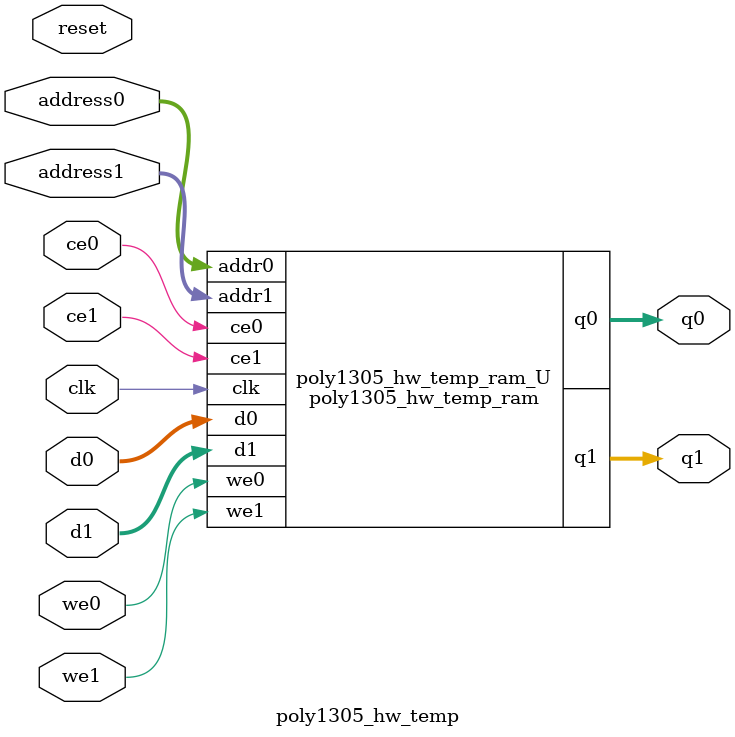
<source format=v>
`timescale 1 ns / 1 ps
module poly1305_hw_temp_ram (addr0, ce0, d0, we0, q0, addr1, ce1, d1, we1, q1,  clk);

parameter DWIDTH = 32;
parameter AWIDTH = 6;
parameter MEM_SIZE = 40;

input[AWIDTH-1:0] addr0;
input ce0;
input[DWIDTH-1:0] d0;
input we0;
output reg[DWIDTH-1:0] q0;
input[AWIDTH-1:0] addr1;
input ce1;
input[DWIDTH-1:0] d1;
input we1;
output reg[DWIDTH-1:0] q1;
input clk;

(* ram_style = "block" *)reg [DWIDTH-1:0] ram[0:MEM_SIZE-1];




always @(posedge clk)  
begin 
    if (ce0) 
    begin
        if (we0) 
        begin 
            ram[addr0] <= d0; 
        end 
        q0 <= ram[addr0];
    end
end


always @(posedge clk)  
begin 
    if (ce1) 
    begin
        if (we1) 
        begin 
            ram[addr1] <= d1; 
        end 
        q1 <= ram[addr1];
    end
end


endmodule

`timescale 1 ns / 1 ps
module poly1305_hw_temp(
    reset,
    clk,
    address0,
    ce0,
    we0,
    d0,
    q0,
    address1,
    ce1,
    we1,
    d1,
    q1);

parameter DataWidth = 32'd32;
parameter AddressRange = 32'd40;
parameter AddressWidth = 32'd6;
input reset;
input clk;
input[AddressWidth - 1:0] address0;
input ce0;
input we0;
input[DataWidth - 1:0] d0;
output[DataWidth - 1:0] q0;
input[AddressWidth - 1:0] address1;
input ce1;
input we1;
input[DataWidth - 1:0] d1;
output[DataWidth - 1:0] q1;



poly1305_hw_temp_ram poly1305_hw_temp_ram_U(
    .clk( clk ),
    .addr0( address0 ),
    .ce0( ce0 ),
    .we0( we0 ),
    .d0( d0 ),
    .q0( q0 ),
    .addr1( address1 ),
    .ce1( ce1 ),
    .we1( we1 ),
    .d1( d1 ),
    .q1( q1 ));

endmodule


</source>
